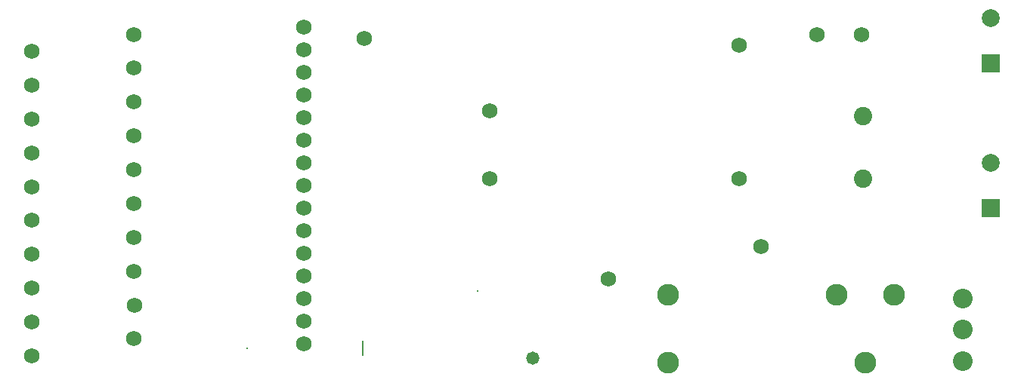
<source format=gbs>
G04*
G04 #@! TF.GenerationSoftware,Altium Limited,Altium Designer,20.0.14 (345)*
G04*
G04 Layer_Color=16711935*
%FSLAX25Y25*%
%MOIN*%
G70*
G01*
G75*
%ADD24C,0.06800*%
%ADD25R,0.07887X0.07887*%
%ADD26C,0.07887*%
%ADD27C,0.08674*%
%ADD28C,0.08083*%
%ADD29C,0.00800*%
%ADD30O,0.00800X0.06800*%
%ADD31C,0.09658*%
%ADD32C,0.05800*%
D24*
X155000Y156000D02*
D03*
X330000Y64000D02*
D03*
X128500Y161000D02*
D03*
Y151000D02*
D03*
Y141000D02*
D03*
Y21000D02*
D03*
Y31000D02*
D03*
Y41000D02*
D03*
Y51000D02*
D03*
Y61000D02*
D03*
Y71000D02*
D03*
Y81000D02*
D03*
Y91000D02*
D03*
Y101000D02*
D03*
Y111000D02*
D03*
Y121000D02*
D03*
Y131000D02*
D03*
X8500Y15657D02*
D03*
Y30618D02*
D03*
Y45579D02*
D03*
Y60539D02*
D03*
Y75500D02*
D03*
Y90461D02*
D03*
Y105421D02*
D03*
Y120382D02*
D03*
Y135343D02*
D03*
X53382Y23138D02*
D03*
X53594Y38098D02*
D03*
X53382Y53059D02*
D03*
Y68020D02*
D03*
Y82980D02*
D03*
Y97941D02*
D03*
Y112902D02*
D03*
Y127862D02*
D03*
X8500Y150303D02*
D03*
X53382Y142823D02*
D03*
Y157783D02*
D03*
X262588Y49637D02*
D03*
X320500Y93945D02*
D03*
Y153000D02*
D03*
X210264Y93945D02*
D03*
Y123866D02*
D03*
X354815Y157500D02*
D03*
X374500D02*
D03*
D25*
X431500Y145000D02*
D03*
Y81000D02*
D03*
D26*
Y165000D02*
D03*
Y101000D02*
D03*
D27*
X419000Y13441D02*
D03*
Y27220D02*
D03*
Y41000D02*
D03*
D28*
X375000Y94000D02*
D03*
Y121559D02*
D03*
D29*
X103319Y19134D02*
D03*
X205025Y44408D02*
D03*
D30*
X154500Y19134D02*
D03*
D31*
X289090Y42500D02*
D03*
X363500D02*
D03*
X388697D02*
D03*
X376098Y12500D02*
D03*
X289090D02*
D03*
D32*
X229500Y14500D02*
D03*
M02*

</source>
